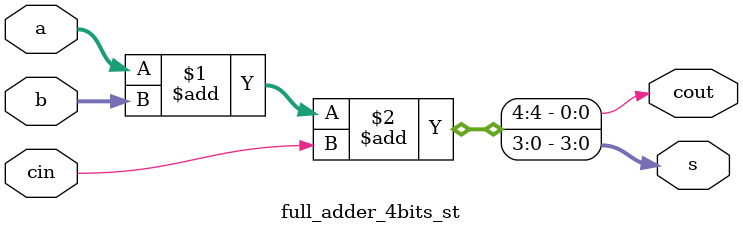
<source format=v>
module full_adder_4bits_st(s,cout,a,b,cin);
input [3:0] a,b;
input cin;
output [3:0] s;
output cout;

assign {cout,s} = a+b+cin;

endmodule

</source>
